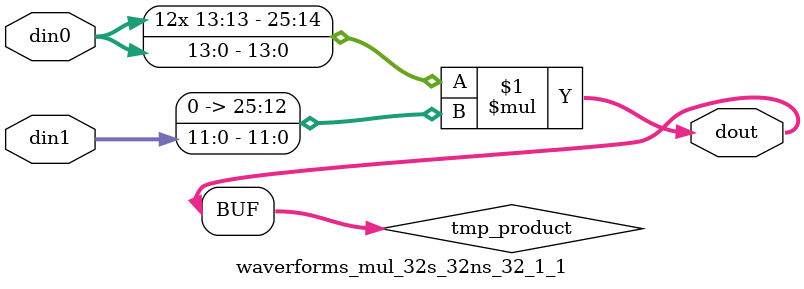
<source format=v>

`timescale 1 ns / 1 ps

 module waverforms_mul_32s_32ns_32_1_1(din0, din1, dout);
parameter ID = 1;
parameter NUM_STAGE = 0;
parameter din0_WIDTH = 14;
parameter din1_WIDTH = 12;
parameter dout_WIDTH = 26;

input [din0_WIDTH - 1 : 0] din0; 
input [din1_WIDTH - 1 : 0] din1; 
output [dout_WIDTH - 1 : 0] dout;

wire signed [dout_WIDTH - 1 : 0] tmp_product;


























assign tmp_product = $signed(din0) * $signed({1'b0, din1});









assign dout = tmp_product;





















endmodule

</source>
